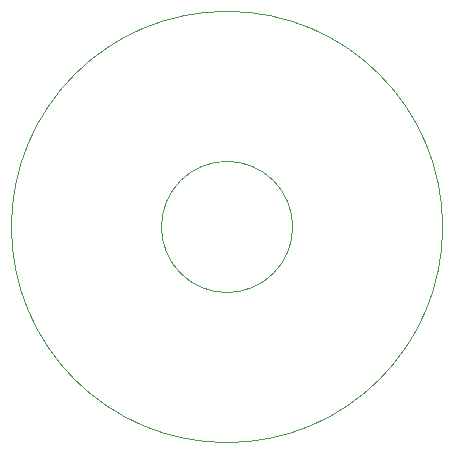
<source format=gbr>
%TF.GenerationSoftware,KiCad,Pcbnew,8.0.4*%
%TF.CreationDate,2024-10-25T17:05:04-04:00*%
%TF.ProjectId,ActiveImpactor_NoseAccelerometer,41637469-7665-4496-9d70-6163746f725f,rev?*%
%TF.SameCoordinates,Original*%
%TF.FileFunction,Profile,NP*%
%FSLAX46Y46*%
G04 Gerber Fmt 4.6, Leading zero omitted, Abs format (unit mm)*
G04 Created by KiCad (PCBNEW 8.0.4) date 2024-10-25 17:05:04*
%MOMM*%
%LPD*%
G01*
G04 APERTURE LIST*
%TA.AperFunction,Profile*%
%ADD10C,0.100000*%
%TD*%
G04 APERTURE END LIST*
D10*
X18256250Y0D02*
G75*
G02*
X-18256250Y0I-18256250J0D01*
G01*
X-18256250Y0D02*
G75*
G02*
X18256250Y0I18256250J0D01*
G01*
X5556250Y0D02*
G75*
G02*
X-5556250Y0I-5556250J0D01*
G01*
X-5556250Y0D02*
G75*
G02*
X5556250Y0I5556250J0D01*
G01*
M02*

</source>
